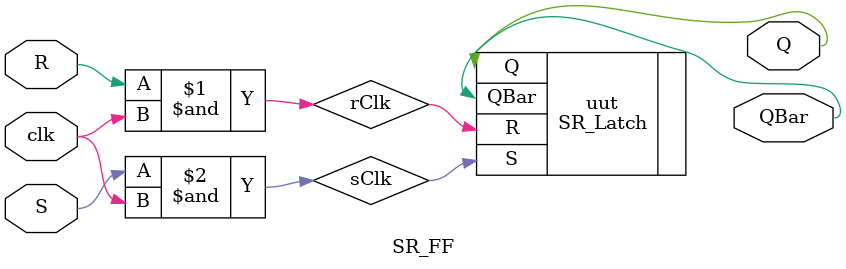
<source format=v>
`timescale 1ns / 1ps


module SR_FF(
    output Q,
    output QBar,
    input S,
    input R,
    input clk
    );
    wire rClk, sClk;
    
    and (rClk, R, clk);
    and (sClk, S, clk);
    
    SR_Latch uut(.S(sClk), .R(rClk), .Q(Q), .QBar(QBar));
endmodule

</source>
